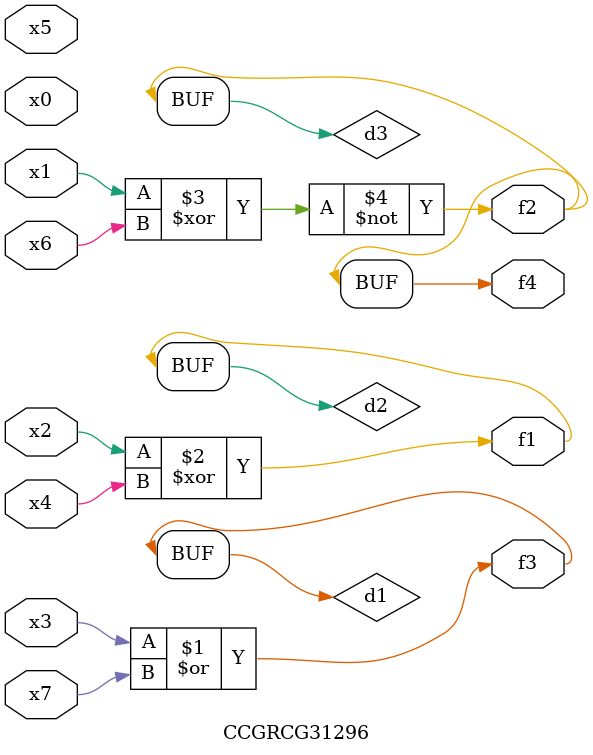
<source format=v>
module CCGRCG31296(
	input x0, x1, x2, x3, x4, x5, x6, x7,
	output f1, f2, f3, f4
);

	wire d1, d2, d3;

	or (d1, x3, x7);
	xor (d2, x2, x4);
	xnor (d3, x1, x6);
	assign f1 = d2;
	assign f2 = d3;
	assign f3 = d1;
	assign f4 = d3;
endmodule

</source>
